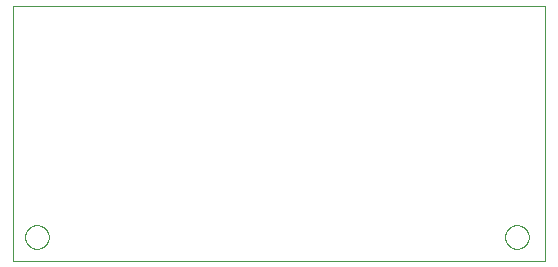
<source format=gbp>
G75*
%MOIN*%
%OFA0B0*%
%FSLAX25Y25*%
%IPPOS*%
%LPD*%
%AMOC8*
5,1,8,0,0,1.08239X$1,22.5*
%
%ADD10C,0.00000*%
D10*
X0014157Y0019933D02*
X0014157Y0104733D01*
X0191322Y0104733D01*
X0191322Y0019933D01*
X0014157Y0019933D01*
X0018094Y0027807D02*
X0018096Y0027932D01*
X0018102Y0028057D01*
X0018112Y0028181D01*
X0018126Y0028305D01*
X0018143Y0028429D01*
X0018165Y0028552D01*
X0018191Y0028674D01*
X0018220Y0028796D01*
X0018253Y0028916D01*
X0018291Y0029035D01*
X0018331Y0029154D01*
X0018376Y0029270D01*
X0018424Y0029385D01*
X0018476Y0029499D01*
X0018532Y0029611D01*
X0018591Y0029721D01*
X0018653Y0029829D01*
X0018719Y0029936D01*
X0018788Y0030040D01*
X0018861Y0030141D01*
X0018936Y0030241D01*
X0019015Y0030338D01*
X0019097Y0030432D01*
X0019182Y0030524D01*
X0019269Y0030613D01*
X0019360Y0030699D01*
X0019453Y0030782D01*
X0019549Y0030863D01*
X0019647Y0030940D01*
X0019747Y0031014D01*
X0019850Y0031085D01*
X0019955Y0031152D01*
X0020063Y0031217D01*
X0020172Y0031277D01*
X0020283Y0031335D01*
X0020396Y0031388D01*
X0020510Y0031438D01*
X0020626Y0031485D01*
X0020743Y0031527D01*
X0020862Y0031566D01*
X0020982Y0031602D01*
X0021103Y0031633D01*
X0021225Y0031661D01*
X0021347Y0031684D01*
X0021471Y0031704D01*
X0021595Y0031720D01*
X0021719Y0031732D01*
X0021844Y0031740D01*
X0021969Y0031744D01*
X0022093Y0031744D01*
X0022218Y0031740D01*
X0022343Y0031732D01*
X0022467Y0031720D01*
X0022591Y0031704D01*
X0022715Y0031684D01*
X0022837Y0031661D01*
X0022959Y0031633D01*
X0023080Y0031602D01*
X0023200Y0031566D01*
X0023319Y0031527D01*
X0023436Y0031485D01*
X0023552Y0031438D01*
X0023666Y0031388D01*
X0023779Y0031335D01*
X0023890Y0031277D01*
X0024000Y0031217D01*
X0024107Y0031152D01*
X0024212Y0031085D01*
X0024315Y0031014D01*
X0024415Y0030940D01*
X0024513Y0030863D01*
X0024609Y0030782D01*
X0024702Y0030699D01*
X0024793Y0030613D01*
X0024880Y0030524D01*
X0024965Y0030432D01*
X0025047Y0030338D01*
X0025126Y0030241D01*
X0025201Y0030141D01*
X0025274Y0030040D01*
X0025343Y0029936D01*
X0025409Y0029829D01*
X0025471Y0029721D01*
X0025530Y0029611D01*
X0025586Y0029499D01*
X0025638Y0029385D01*
X0025686Y0029270D01*
X0025731Y0029154D01*
X0025771Y0029035D01*
X0025809Y0028916D01*
X0025842Y0028796D01*
X0025871Y0028674D01*
X0025897Y0028552D01*
X0025919Y0028429D01*
X0025936Y0028305D01*
X0025950Y0028181D01*
X0025960Y0028057D01*
X0025966Y0027932D01*
X0025968Y0027807D01*
X0025966Y0027682D01*
X0025960Y0027557D01*
X0025950Y0027433D01*
X0025936Y0027309D01*
X0025919Y0027185D01*
X0025897Y0027062D01*
X0025871Y0026940D01*
X0025842Y0026818D01*
X0025809Y0026698D01*
X0025771Y0026579D01*
X0025731Y0026460D01*
X0025686Y0026344D01*
X0025638Y0026229D01*
X0025586Y0026115D01*
X0025530Y0026003D01*
X0025471Y0025893D01*
X0025409Y0025785D01*
X0025343Y0025678D01*
X0025274Y0025574D01*
X0025201Y0025473D01*
X0025126Y0025373D01*
X0025047Y0025276D01*
X0024965Y0025182D01*
X0024880Y0025090D01*
X0024793Y0025001D01*
X0024702Y0024915D01*
X0024609Y0024832D01*
X0024513Y0024751D01*
X0024415Y0024674D01*
X0024315Y0024600D01*
X0024212Y0024529D01*
X0024107Y0024462D01*
X0023999Y0024397D01*
X0023890Y0024337D01*
X0023779Y0024279D01*
X0023666Y0024226D01*
X0023552Y0024176D01*
X0023436Y0024129D01*
X0023319Y0024087D01*
X0023200Y0024048D01*
X0023080Y0024012D01*
X0022959Y0023981D01*
X0022837Y0023953D01*
X0022715Y0023930D01*
X0022591Y0023910D01*
X0022467Y0023894D01*
X0022343Y0023882D01*
X0022218Y0023874D01*
X0022093Y0023870D01*
X0021969Y0023870D01*
X0021844Y0023874D01*
X0021719Y0023882D01*
X0021595Y0023894D01*
X0021471Y0023910D01*
X0021347Y0023930D01*
X0021225Y0023953D01*
X0021103Y0023981D01*
X0020982Y0024012D01*
X0020862Y0024048D01*
X0020743Y0024087D01*
X0020626Y0024129D01*
X0020510Y0024176D01*
X0020396Y0024226D01*
X0020283Y0024279D01*
X0020172Y0024337D01*
X0020062Y0024397D01*
X0019955Y0024462D01*
X0019850Y0024529D01*
X0019747Y0024600D01*
X0019647Y0024674D01*
X0019549Y0024751D01*
X0019453Y0024832D01*
X0019360Y0024915D01*
X0019269Y0025001D01*
X0019182Y0025090D01*
X0019097Y0025182D01*
X0019015Y0025276D01*
X0018936Y0025373D01*
X0018861Y0025473D01*
X0018788Y0025574D01*
X0018719Y0025678D01*
X0018653Y0025785D01*
X0018591Y0025893D01*
X0018532Y0026003D01*
X0018476Y0026115D01*
X0018424Y0026229D01*
X0018376Y0026344D01*
X0018331Y0026460D01*
X0018291Y0026579D01*
X0018253Y0026698D01*
X0018220Y0026818D01*
X0018191Y0026940D01*
X0018165Y0027062D01*
X0018143Y0027185D01*
X0018126Y0027309D01*
X0018112Y0027433D01*
X0018102Y0027557D01*
X0018096Y0027682D01*
X0018094Y0027807D01*
X0178094Y0027807D02*
X0178096Y0027932D01*
X0178102Y0028057D01*
X0178112Y0028181D01*
X0178126Y0028305D01*
X0178143Y0028429D01*
X0178165Y0028552D01*
X0178191Y0028674D01*
X0178220Y0028796D01*
X0178253Y0028916D01*
X0178291Y0029035D01*
X0178331Y0029154D01*
X0178376Y0029270D01*
X0178424Y0029385D01*
X0178476Y0029499D01*
X0178532Y0029611D01*
X0178591Y0029721D01*
X0178653Y0029829D01*
X0178719Y0029936D01*
X0178788Y0030040D01*
X0178861Y0030141D01*
X0178936Y0030241D01*
X0179015Y0030338D01*
X0179097Y0030432D01*
X0179182Y0030524D01*
X0179269Y0030613D01*
X0179360Y0030699D01*
X0179453Y0030782D01*
X0179549Y0030863D01*
X0179647Y0030940D01*
X0179747Y0031014D01*
X0179850Y0031085D01*
X0179955Y0031152D01*
X0180063Y0031217D01*
X0180172Y0031277D01*
X0180283Y0031335D01*
X0180396Y0031388D01*
X0180510Y0031438D01*
X0180626Y0031485D01*
X0180743Y0031527D01*
X0180862Y0031566D01*
X0180982Y0031602D01*
X0181103Y0031633D01*
X0181225Y0031661D01*
X0181347Y0031684D01*
X0181471Y0031704D01*
X0181595Y0031720D01*
X0181719Y0031732D01*
X0181844Y0031740D01*
X0181969Y0031744D01*
X0182093Y0031744D01*
X0182218Y0031740D01*
X0182343Y0031732D01*
X0182467Y0031720D01*
X0182591Y0031704D01*
X0182715Y0031684D01*
X0182837Y0031661D01*
X0182959Y0031633D01*
X0183080Y0031602D01*
X0183200Y0031566D01*
X0183319Y0031527D01*
X0183436Y0031485D01*
X0183552Y0031438D01*
X0183666Y0031388D01*
X0183779Y0031335D01*
X0183890Y0031277D01*
X0184000Y0031217D01*
X0184107Y0031152D01*
X0184212Y0031085D01*
X0184315Y0031014D01*
X0184415Y0030940D01*
X0184513Y0030863D01*
X0184609Y0030782D01*
X0184702Y0030699D01*
X0184793Y0030613D01*
X0184880Y0030524D01*
X0184965Y0030432D01*
X0185047Y0030338D01*
X0185126Y0030241D01*
X0185201Y0030141D01*
X0185274Y0030040D01*
X0185343Y0029936D01*
X0185409Y0029829D01*
X0185471Y0029721D01*
X0185530Y0029611D01*
X0185586Y0029499D01*
X0185638Y0029385D01*
X0185686Y0029270D01*
X0185731Y0029154D01*
X0185771Y0029035D01*
X0185809Y0028916D01*
X0185842Y0028796D01*
X0185871Y0028674D01*
X0185897Y0028552D01*
X0185919Y0028429D01*
X0185936Y0028305D01*
X0185950Y0028181D01*
X0185960Y0028057D01*
X0185966Y0027932D01*
X0185968Y0027807D01*
X0185966Y0027682D01*
X0185960Y0027557D01*
X0185950Y0027433D01*
X0185936Y0027309D01*
X0185919Y0027185D01*
X0185897Y0027062D01*
X0185871Y0026940D01*
X0185842Y0026818D01*
X0185809Y0026698D01*
X0185771Y0026579D01*
X0185731Y0026460D01*
X0185686Y0026344D01*
X0185638Y0026229D01*
X0185586Y0026115D01*
X0185530Y0026003D01*
X0185471Y0025893D01*
X0185409Y0025785D01*
X0185343Y0025678D01*
X0185274Y0025574D01*
X0185201Y0025473D01*
X0185126Y0025373D01*
X0185047Y0025276D01*
X0184965Y0025182D01*
X0184880Y0025090D01*
X0184793Y0025001D01*
X0184702Y0024915D01*
X0184609Y0024832D01*
X0184513Y0024751D01*
X0184415Y0024674D01*
X0184315Y0024600D01*
X0184212Y0024529D01*
X0184107Y0024462D01*
X0183999Y0024397D01*
X0183890Y0024337D01*
X0183779Y0024279D01*
X0183666Y0024226D01*
X0183552Y0024176D01*
X0183436Y0024129D01*
X0183319Y0024087D01*
X0183200Y0024048D01*
X0183080Y0024012D01*
X0182959Y0023981D01*
X0182837Y0023953D01*
X0182715Y0023930D01*
X0182591Y0023910D01*
X0182467Y0023894D01*
X0182343Y0023882D01*
X0182218Y0023874D01*
X0182093Y0023870D01*
X0181969Y0023870D01*
X0181844Y0023874D01*
X0181719Y0023882D01*
X0181595Y0023894D01*
X0181471Y0023910D01*
X0181347Y0023930D01*
X0181225Y0023953D01*
X0181103Y0023981D01*
X0180982Y0024012D01*
X0180862Y0024048D01*
X0180743Y0024087D01*
X0180626Y0024129D01*
X0180510Y0024176D01*
X0180396Y0024226D01*
X0180283Y0024279D01*
X0180172Y0024337D01*
X0180062Y0024397D01*
X0179955Y0024462D01*
X0179850Y0024529D01*
X0179747Y0024600D01*
X0179647Y0024674D01*
X0179549Y0024751D01*
X0179453Y0024832D01*
X0179360Y0024915D01*
X0179269Y0025001D01*
X0179182Y0025090D01*
X0179097Y0025182D01*
X0179015Y0025276D01*
X0178936Y0025373D01*
X0178861Y0025473D01*
X0178788Y0025574D01*
X0178719Y0025678D01*
X0178653Y0025785D01*
X0178591Y0025893D01*
X0178532Y0026003D01*
X0178476Y0026115D01*
X0178424Y0026229D01*
X0178376Y0026344D01*
X0178331Y0026460D01*
X0178291Y0026579D01*
X0178253Y0026698D01*
X0178220Y0026818D01*
X0178191Y0026940D01*
X0178165Y0027062D01*
X0178143Y0027185D01*
X0178126Y0027309D01*
X0178112Y0027433D01*
X0178102Y0027557D01*
X0178096Y0027682D01*
X0178094Y0027807D01*
M02*

</source>
